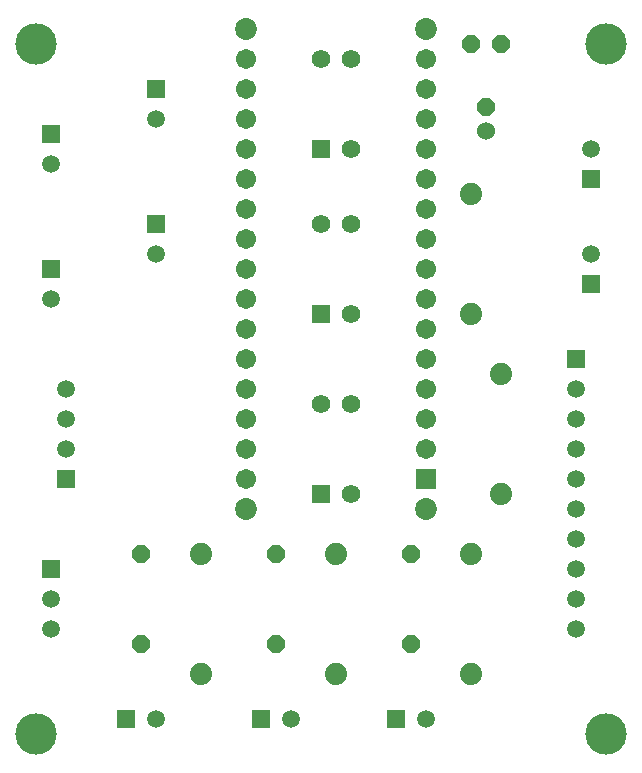
<source format=gbr>
G04 EAGLE Gerber RS-274X export*
G75*
%MOMM*%
%FSLAX34Y34*%
%LPD*%
%INSoldermask Top*%
%IPPOS*%
%AMOC8*
5,1,8,0,0,1.08239X$1,22.5*%
G01*
%ADD10C,3.504691*%
%ADD11C,3.502659*%
%ADD12P,1.649562X8X112.500000*%
%ADD13C,1.524000*%
%ADD14P,1.649562X8X22.500000*%
%ADD15C,1.879600*%
%ADD16R,1.711200X1.711200*%
%ADD17C,1.711200*%
%ADD18C,1.854200*%
%ADD19R,1.511200X1.511200*%
%ADD20C,1.511200*%
%ADD21R,1.561200X1.561200*%
%ADD22C,1.561200*%


D10*
X317500Y660400D03*
X317500Y76200D03*
D11*
X800100Y660400D03*
D10*
X800100Y76200D03*
D12*
X698500Y607060D03*
D13*
X698500Y586740D03*
D14*
X685800Y660400D03*
X711200Y660400D03*
D15*
X685800Y533400D03*
X685800Y431800D03*
X711200Y381000D03*
X711200Y279400D03*
D16*
X647700Y292100D03*
D17*
X647700Y317500D03*
X647700Y342900D03*
X647700Y368300D03*
X647700Y393700D03*
X647700Y419100D03*
X647700Y444500D03*
X647700Y469900D03*
X647700Y495300D03*
X647700Y520700D03*
X647700Y546100D03*
X647700Y571500D03*
X495300Y292100D03*
X495300Y317500D03*
X495300Y342900D03*
X495300Y368300D03*
X495300Y393700D03*
X495300Y419100D03*
X495300Y469900D03*
X495300Y495300D03*
X495300Y546100D03*
X495300Y571500D03*
X495300Y520700D03*
X495300Y444500D03*
X647700Y596900D03*
X647700Y622300D03*
X647700Y647700D03*
X495300Y596900D03*
X495300Y622300D03*
X495300Y647700D03*
D18*
X647700Y673100D03*
X495300Y673100D03*
X495300Y266700D03*
X647700Y266700D03*
D19*
X787400Y546100D03*
D20*
X787400Y571500D03*
D19*
X622300Y88900D03*
D20*
X647700Y88900D03*
D19*
X508000Y88900D03*
D20*
X533400Y88900D03*
D19*
X774700Y393700D03*
D20*
X774700Y368300D03*
X774700Y342900D03*
X774700Y317500D03*
X774700Y292100D03*
X774700Y266700D03*
X774700Y241300D03*
X774700Y215900D03*
X774700Y190500D03*
X774700Y165100D03*
D19*
X787400Y457200D03*
D20*
X787400Y482600D03*
D19*
X330200Y469900D03*
D20*
X330200Y444500D03*
D21*
X558800Y431800D03*
D22*
X584200Y431800D03*
X584200Y508000D03*
X558800Y508000D03*
D21*
X558800Y279400D03*
D22*
X584200Y279400D03*
X584200Y355600D03*
X558800Y355600D03*
D19*
X342900Y292100D03*
D20*
X342900Y317500D03*
X342900Y342900D03*
X342900Y368300D03*
D12*
X635000Y152400D03*
X635000Y228600D03*
X520700Y152400D03*
X520700Y228600D03*
D15*
X685800Y228600D03*
X685800Y127000D03*
X571500Y228600D03*
X571500Y127000D03*
D19*
X419100Y508000D03*
D20*
X419100Y482600D03*
D19*
X419100Y622300D03*
D20*
X419100Y596900D03*
D19*
X330200Y215900D03*
D20*
X330200Y190500D03*
X330200Y165100D03*
D21*
X558800Y571500D03*
D22*
X584200Y571500D03*
X584200Y647700D03*
X558800Y647700D03*
D12*
X406400Y152400D03*
X406400Y228600D03*
D15*
X457200Y228600D03*
X457200Y127000D03*
D19*
X393700Y88900D03*
D20*
X419100Y88900D03*
D19*
X330200Y584200D03*
D20*
X330200Y558800D03*
M02*

</source>
